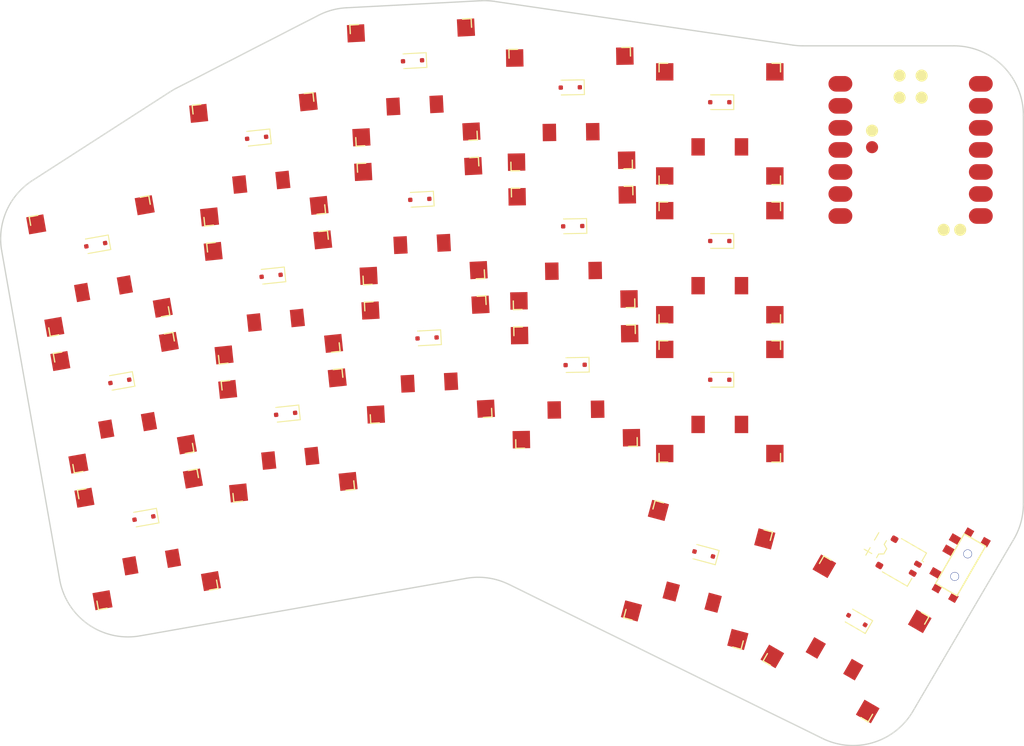
<source format=kicad_pcb>
(kicad_pcb (version 20171130) (host pcbnew 5.1.6)
  (title_block (title "splave-ferris_pg1316s_left") (rev "v1.0.0") (company "Unknown"))
  (layers (0 F.Cu signal) (31 B.Cu signal) (34 B.Paste user) (35 F.Paste user) (36 B.SilkS user) (37 F.SilkS user) (38 B.Mask user) (39 F.Mask user) (44 Edge.Cuts user))
  (net 0 "")
  (net 1 "D5")
  (net 2 "pinky_bottom")
  (net 3 "pinky_home")
  (net 4 "pinky_top")
  (net 5 "D3")
  (net 6 "ring_bottom")
  (net 7 "ring_home")
  (net 8 "ring_top")
  (net 9 "D1")
  (net 10 "middle_bottom")
  (net 11 "middle_home")
  (net 12 "middle_top")
  (net 13 "D8")
  (net 14 "index_bottom")
  (net 15 "index_home")
  (net 16 "index_top")
  (net 17 "D10")
  (net 18 "inner_bottom")
  (net 19 "inner_home")
  (net 20 "inner_top")
  (net 21 "near_fan")
  (net 22 "far_fan")
  (net 23 "D4")
  (net 24 "D2")
  (net 25 "D0")
  (net 26 "D9")
  (net 27 "D6")
  (net 28 "D7")
  (net 29 "RAW3V3")
  (net 30 "RAW5V")
  (net 31 "CLK")
  (net 32 "DIO")
  (net 33 "GND")
  (net 34 "RST")
  (net 35 "BAT")
  (net 36 "NFC1")
  (net 37 "NFC2")
  (net 38 "BAT_P")
  (module PG1316S (layer F.Cu) (at 151.0816391 135.8284886 10)
    (fp_text reference "S1" hide)
    (fp_text value "" hide)
    (fp_line (start -7 -6) (end -7 -7) (layer F.SilkS) (width 0.15))
    (fp_line (start -7 7) (end -6 7) (layer F.SilkS) (width 0.15))
    (fp_line (start -6 -7) (end -7 -7) (layer F.SilkS) (width 0.15))
    (fp_line (start -7 7) (end -7 6) (layer F.SilkS) (width 0.15))
    (fp_line (start 7 6) (end 7 7) (layer F.SilkS) (width 0.15))
    (fp_line (start 7 -7) (end 6 -7) (layer F.SilkS) (width 0.15))
    (fp_line (start 6 7) (end 7 7) (layer F.SilkS) (width 0.15))
    (fp_line (start 7 -7) (end 7 -6) (layer F.SilkS) (width 0.15))
    (pad "1" smd rect (at -2.5 2.65 10) (size 1.55 2) (layers "F.Cu" "F.Paste" "F.Mask") (net 2 "pinky_bottom"))
    (pad "2" smd rect (at 2.5 2.65 10) (size 1.55 2) (layers "F.Cu" "F.Paste" "F.Mask") (net 1 "D5"))
    (pad "MP" smd rect (at -6.35 -6 10) (size 2 2) (layers "F.Cu" "F.Paste" "F.Mask"))
    (pad "MP" smd rect (at -6.35 6 10) (size 2 2) (layers "F.Cu" "F.Paste" "F.Mask"))
    (pad "MP" smd rect (at 6.35 -6 10) (size 2 2) (layers "F.Cu" "F.Paste" "F.Mask"))
    (pad "MP" smd rect (at 6.35 6 10) (size 2 2) (layers "F.Cu" "F.Paste" "F.Mask"))
  )
  (module PG1316S (layer F.Cu) (at 148.3032683 120.0715646 10)
    (fp_text reference "S2" hide)
    (fp_text value "" hide)
    (fp_line (start -7 -6) (end -7 -7) (layer F.SilkS) (width 0.15))
    (fp_line (start -7 7) (end -6 7) (layer F.SilkS) (width 0.15))
    (fp_line (start -6 -7) (end -7 -7) (layer F.SilkS) (width 0.15))
    (fp_line (start -7 7) (end -7 6) (layer F.SilkS) (width 0.15))
    (fp_line (start 7 6) (end 7 7) (layer F.SilkS) (width 0.15))
    (fp_line (start 7 -7) (end 6 -7) (layer F.SilkS) (width 0.15))
    (fp_line (start 6 7) (end 7 7) (layer F.SilkS) (width 0.15))
    (fp_line (start 7 -7) (end 7 -6) (layer F.SilkS) (width 0.15))
    (pad "1" smd rect (at -2.5 2.65 10) (size 1.55 2) (layers "F.Cu" "F.Paste" "F.Mask") (net 3 "pinky_home"))
    (pad "2" smd rect (at 2.5 2.65 10) (size 1.55 2) (layers "F.Cu" "F.Paste" "F.Mask") (net 1 "D5"))
    (pad "MP" smd rect (at -6.35 -6 10) (size 2 2) (layers "F.Cu" "F.Paste" "F.Mask"))
    (pad "MP" smd rect (at -6.35 6 10) (size 2 2) (layers "F.Cu" "F.Paste" "F.Mask"))
    (pad "MP" smd rect (at 6.35 -6 10) (size 2 2) (layers "F.Cu" "F.Paste" "F.Mask"))
    (pad "MP" smd rect (at 6.35 6 10) (size 2 2) (layers "F.Cu" "F.Paste" "F.Mask"))
  )
  (module PG1316S (layer F.Cu) (at 145.5248974 104.3146405 10)
    (fp_text reference "S3" hide)
    (fp_text value "" hide)
    (fp_line (start -7 -6) (end -7 -7) (layer F.SilkS) (width 0.15))
    (fp_line (start -7 7) (end -6 7) (layer F.SilkS) (width 0.15))
    (fp_line (start -6 -7) (end -7 -7) (layer F.SilkS) (width 0.15))
    (fp_line (start -7 7) (end -7 6) (layer F.SilkS) (width 0.15))
    (fp_line (start 7 6) (end 7 7) (layer F.SilkS) (width 0.15))
    (fp_line (start 7 -7) (end 6 -7) (layer F.SilkS) (width 0.15))
    (fp_line (start 6 7) (end 7 7) (layer F.SilkS) (width 0.15))
    (fp_line (start 7 -7) (end 7 -6) (layer F.SilkS) (width 0.15))
    (pad "1" smd rect (at -2.5 2.65 10) (size 1.55 2) (layers "F.Cu" "F.Paste" "F.Mask") (net 4 "pinky_top"))
    (pad "2" smd rect (at 2.5 2.65 10) (size 1.55 2) (layers "F.Cu" "F.Paste" "F.Mask") (net 1 "D5"))
    (pad "MP" smd rect (at -6.35 -6 10) (size 2 2) (layers "F.Cu" "F.Paste" "F.Mask"))
    (pad "MP" smd rect (at -6.35 6 10) (size 2 2) (layers "F.Cu" "F.Paste" "F.Mask"))
    (pad "MP" smd rect (at 6.35 -6 10) (size 2 2) (layers "F.Cu" "F.Paste" "F.Mask"))
    (pad "MP" smd rect (at 6.35 6 10) (size 2 2) (layers "F.Cu" "F.Paste" "F.Mask"))
  )
  (module PG1316S (layer F.Cu) (at 167.2453451 123.8395517 6)
    (fp_text reference "S4" hide)
    (fp_text value "" hide)
    (fp_line (start -7 -6) (end -7 -7) (layer F.SilkS) (width 0.15))
    (fp_line (start -7 7) (end -6 7) (layer F.SilkS) (width 0.15))
    (fp_line (start -6 -7) (end -7 -7) (layer F.SilkS) (width 0.15))
    (fp_line (start -7 7) (end -7 6) (layer F.SilkS) (width 0.15))
    (fp_line (start 7 6) (end 7 7) (layer F.SilkS) (width 0.15))
    (fp_line (start 7 -7) (end 6 -7) (layer F.SilkS) (width 0.15))
    (fp_line (start 6 7) (end 7 7) (layer F.SilkS) (width 0.15))
    (fp_line (start 7 -7) (end 7 -6) (layer F.SilkS) (width 0.15))
    (pad "1" smd rect (at -2.5 2.65 6) (size 1.55 2) (layers "F.Cu" "F.Paste" "F.Mask") (net 6 "ring_bottom"))
    (pad "2" smd rect (at 2.5 2.65 6) (size 1.55 2) (layers "F.Cu" "F.Paste" "F.Mask") (net 5 "D3"))
    (pad "MP" smd rect (at -6.35 -6 6) (size 2 2) (layers "F.Cu" "F.Paste" "F.Mask"))
    (pad "MP" smd rect (at -6.35 6 6) (size 2 2) (layers "F.Cu" "F.Paste" "F.Mask"))
    (pad "MP" smd rect (at 6.35 -6 6) (size 2 2) (layers "F.Cu" "F.Paste" "F.Mask"))
    (pad "MP" smd rect (at 6.35 6 6) (size 2 2) (layers "F.Cu" "F.Paste" "F.Mask"))
  )
  (module PG1316S (layer F.Cu) (at 165.5728897 107.9272013 6)
    (fp_text reference "S5" hide)
    (fp_text value "" hide)
    (fp_line (start -7 -6) (end -7 -7) (layer F.SilkS) (width 0.15))
    (fp_line (start -7 7) (end -6 7) (layer F.SilkS) (width 0.15))
    (fp_line (start -6 -7) (end -7 -7) (layer F.SilkS) (width 0.15))
    (fp_line (start -7 7) (end -7 6) (layer F.SilkS) (width 0.15))
    (fp_line (start 7 6) (end 7 7) (layer F.SilkS) (width 0.15))
    (fp_line (start 7 -7) (end 6 -7) (layer F.SilkS) (width 0.15))
    (fp_line (start 6 7) (end 7 7) (layer F.SilkS) (width 0.15))
    (fp_line (start 7 -7) (end 7 -6) (layer F.SilkS) (width 0.15))
    (pad "1" smd rect (at -2.5 2.65 6) (size 1.55 2) (layers "F.Cu" "F.Paste" "F.Mask") (net 7 "ring_home"))
    (pad "2" smd rect (at 2.5 2.65 6) (size 1.55 2) (layers "F.Cu" "F.Paste" "F.Mask") (net 5 "D3"))
    (pad "MP" smd rect (at -6.35 -6 6) (size 2 2) (layers "F.Cu" "F.Paste" "F.Mask"))
    (pad "MP" smd rect (at -6.35 6 6) (size 2 2) (layers "F.Cu" "F.Paste" "F.Mask"))
    (pad "MP" smd rect (at 6.35 -6 6) (size 2 2) (layers "F.Cu" "F.Paste" "F.Mask"))
    (pad "MP" smd rect (at 6.35 6 6) (size 2 2) (layers "F.Cu" "F.Paste" "F.Mask"))
  )
  (module PG1316S (layer F.Cu) (at 163.9004343 92.014851 6)
    (fp_text reference "S6" hide)
    (fp_text value "" hide)
    (fp_line (start -7 -6) (end -7 -7) (layer F.SilkS) (width 0.15))
    (fp_line (start -7 7) (end -6 7) (layer F.SilkS) (width 0.15))
    (fp_line (start -6 -7) (end -7 -7) (layer F.SilkS) (width 0.15))
    (fp_line (start -7 7) (end -7 6) (layer F.SilkS) (width 0.15))
    (fp_line (start 7 6) (end 7 7) (layer F.SilkS) (width 0.15))
    (fp_line (start 7 -7) (end 6 -7) (layer F.SilkS) (width 0.15))
    (fp_line (start 6 7) (end 7 7) (layer F.SilkS) (width 0.15))
    (fp_line (start 7 -7) (end 7 -6) (layer F.SilkS) (width 0.15))
    (pad "1" smd rect (at -2.5 2.65 6) (size 1.55 2) (layers "F.Cu" "F.Paste" "F.Mask") (net 8 "ring_top"))
    (pad "2" smd rect (at 2.5 2.65 6) (size 1.55 2) (layers "F.Cu" "F.Paste" "F.Mask") (net 5 "D3"))
    (pad "MP" smd rect (at -6.35 -6 6) (size 2 2) (layers "F.Cu" "F.Paste" "F.Mask"))
    (pad "MP" smd rect (at -6.35 6 6) (size 2 2) (layers "F.Cu" "F.Paste" "F.Mask"))
    (pad "MP" smd rect (at 6.35 -6 6) (size 2 2) (layers "F.Cu" "F.Paste" "F.Mask"))
    (pad "MP" smd rect (at 6.35 6 6) (size 2 2) (layers "F.Cu" "F.Paste" "F.Mask"))
  )
  (module PG1316S (layer F.Cu) (at 183.4205181 115.1009145 3)
    (fp_text reference "S7" hide)
    (fp_text value "" hide)
    (fp_line (start -7 -6) (end -7 -7) (layer F.SilkS) (width 0.15))
    (fp_line (start -7 7) (end -6 7) (layer F.SilkS) (width 0.15))
    (fp_line (start -6 -7) (end -7 -7) (layer F.SilkS) (width 0.15))
    (fp_line (start -7 7) (end -7 6) (layer F.SilkS) (width 0.15))
    (fp_line (start 7 6) (end 7 7) (layer F.SilkS) (width 0.15))
    (fp_line (start 7 -7) (end 6 -7) (layer F.SilkS) (width 0.15))
    (fp_line (start 6 7) (end 7 7) (layer F.SilkS) (width 0.15))
    (fp_line (start 7 -7) (end 7 -6) (layer F.SilkS) (width 0.15))
    (pad "1" smd rect (at -2.5 2.65 3) (size 1.55 2) (layers "F.Cu" "F.Paste" "F.Mask") (net 10 "middle_bottom"))
    (pad "2" smd rect (at 2.5 2.65 3) (size 1.55 2) (layers "F.Cu" "F.Paste" "F.Mask") (net 9 "D1"))
    (pad "MP" smd rect (at -6.35 -6 3) (size 2 2) (layers "F.Cu" "F.Paste" "F.Mask"))
    (pad "MP" smd rect (at -6.35 6 3) (size 2 2) (layers "F.Cu" "F.Paste" "F.Mask"))
    (pad "MP" smd rect (at 6.35 -6 3) (size 2 2) (layers "F.Cu" "F.Paste" "F.Mask"))
    (pad "MP" smd rect (at 6.35 6 3) (size 2 2) (layers "F.Cu" "F.Paste" "F.Mask"))
  )
  (module PG1316S (layer F.Cu) (at 182.5831428 99.122842 3)
    (fp_text reference "S8" hide)
    (fp_text value "" hide)
    (fp_line (start -7 -6) (end -7 -7) (layer F.SilkS) (width 0.15))
    (fp_line (start -7 7) (end -6 7) (layer F.SilkS) (width 0.15))
    (fp_line (start -6 -7) (end -7 -7) (layer F.SilkS) (width 0.15))
    (fp_line (start -7 7) (end -7 6) (layer F.SilkS) (width 0.15))
    (fp_line (start 7 6) (end 7 7) (layer F.SilkS) (width 0.15))
    (fp_line (start 7 -7) (end 6 -7) (layer F.SilkS) (width 0.15))
    (fp_line (start 6 7) (end 7 7) (layer F.SilkS) (width 0.15))
    (fp_line (start 7 -7) (end 7 -6) (layer F.SilkS) (width 0.15))
    (pad "1" smd rect (at -2.5 2.65 3) (size 1.55 2) (layers "F.Cu" "F.Paste" "F.Mask") (net 11 "middle_home"))
    (pad "2" smd rect (at 2.5 2.65 3) (size 1.55 2) (layers "F.Cu" "F.Paste" "F.Mask") (net 9 "D1"))
    (pad "MP" smd rect (at -6.35 -6 3) (size 2 2) (layers "F.Cu" "F.Paste" "F.Mask"))
    (pad "MP" smd rect (at -6.35 6 3) (size 2 2) (layers "F.Cu" "F.Paste" "F.Mask"))
    (pad "MP" smd rect (at 6.35 -6 3) (size 2 2) (layers "F.Cu" "F.Paste" "F.Mask"))
    (pad "MP" smd rect (at 6.35 6 3) (size 2 2) (layers "F.Cu" "F.Paste" "F.Mask"))
  )
  (module PG1316S (layer F.Cu) (at 181.7457675 83.1447695 3)
    (fp_text reference "S9" hide)
    (fp_text value "" hide)
    (fp_line (start -7 -6) (end -7 -7) (layer F.SilkS) (width 0.15))
    (fp_line (start -7 7) (end -6 7) (layer F.SilkS) (width 0.15))
    (fp_line (start -6 -7) (end -7 -7) (layer F.SilkS) (width 0.15))
    (fp_line (start -7 7) (end -7 6) (layer F.SilkS) (width 0.15))
    (fp_line (start 7 6) (end 7 7) (layer F.SilkS) (width 0.15))
    (fp_line (start 7 -7) (end 6 -7) (layer F.SilkS) (width 0.15))
    (fp_line (start 6 7) (end 7 7) (layer F.SilkS) (width 0.15))
    (fp_line (start 7 -7) (end 7 -6) (layer F.SilkS) (width 0.15))
    (pad "1" smd rect (at -2.5 2.65 3) (size 1.55 2) (layers "F.Cu" "F.Paste" "F.Mask") (net 12 "middle_top"))
    (pad "2" smd rect (at 2.5 2.65 3) (size 1.55 2) (layers "F.Cu" "F.Paste" "F.Mask") (net 9 "D1"))
    (pad "MP" smd rect (at -6.35 -6 3) (size 2 2) (layers "F.Cu" "F.Paste" "F.Mask"))
    (pad "MP" smd rect (at -6.35 6 3) (size 2 2) (layers "F.Cu" "F.Paste" "F.Mask"))
    (pad "MP" smd rect (at 6.35 -6 3) (size 2 2) (layers "F.Cu" "F.Paste" "F.Mask"))
    (pad "MP" smd rect (at 6.35 6 3) (size 2 2) (layers "F.Cu" "F.Paste" "F.Mask"))
  )
  (module PG1316S (layer F.Cu) (at 200.406838 118.2161886 1)
    (fp_text reference "S10" hide)
    (fp_text value "" hide)
    (fp_line (start -7 -6) (end -7 -7) (layer F.SilkS) (width 0.15))
    (fp_line (start -7 7) (end -6 7) (layer F.SilkS) (width 0.15))
    (fp_line (start -6 -7) (end -7 -7) (layer F.SilkS) (width 0.15))
    (fp_line (start -7 7) (end -7 6) (layer F.SilkS) (width 0.15))
    (fp_line (start 7 6) (end 7 7) (layer F.SilkS) (width 0.15))
    (fp_line (start 7 -7) (end 6 -7) (layer F.SilkS) (width 0.15))
    (fp_line (start 6 7) (end 7 7) (layer F.SilkS) (width 0.15))
    (fp_line (start 7 -7) (end 7 -6) (layer F.SilkS) (width 0.15))
    (pad "1" smd rect (at -2.5 2.65 1) (size 1.55 2) (layers "F.Cu" "F.Paste" "F.Mask") (net 14 "index_bottom"))
    (pad "2" smd rect (at 2.5 2.65 1) (size 1.55 2) (layers "F.Cu" "F.Paste" "F.Mask") (net 13 "D8"))
    (pad "MP" smd rect (at -6.35 -6 1) (size 2 2) (layers "F.Cu" "F.Paste" "F.Mask"))
    (pad "MP" smd rect (at -6.35 6 1) (size 2 2) (layers "F.Cu" "F.Paste" "F.Mask"))
    (pad "MP" smd rect (at 6.35 -6 1) (size 2 2) (layers "F.Cu" "F.Paste" "F.Mask"))
    (pad "MP" smd rect (at 6.35 6 1) (size 2 2) (layers "F.Cu" "F.Paste" "F.Mask"))
  )
  (module PG1316S (layer F.Cu) (at 200.1275995 102.2186256 1)
    (fp_text reference "S11" hide)
    (fp_text value "" hide)
    (fp_line (start -7 -6) (end -7 -7) (layer F.SilkS) (width 0.15))
    (fp_line (start -7 7) (end -6 7) (layer F.SilkS) (width 0.15))
    (fp_line (start -6 -7) (end -7 -7) (layer F.SilkS) (width 0.15))
    (fp_line (start -7 7) (end -7 6) (layer F.SilkS) (width 0.15))
    (fp_line (start 7 6) (end 7 7) (layer F.SilkS) (width 0.15))
    (fp_line (start 7 -7) (end 6 -7) (layer F.SilkS) (width 0.15))
    (fp_line (start 6 7) (end 7 7) (layer F.SilkS) (width 0.15))
    (fp_line (start 7 -7) (end 7 -6) (layer F.SilkS) (width 0.15))
    (pad "1" smd rect (at -2.5 2.65 1) (size 1.55 2) (layers "F.Cu" "F.Paste" "F.Mask") (net 15 "index_home"))
    (pad "2" smd rect (at 2.5 2.65 1) (size 1.55 2) (layers "F.Cu" "F.Paste" "F.Mask") (net 13 "D8"))
    (pad "MP" smd rect (at -6.35 -6 1) (size 2 2) (layers "F.Cu" "F.Paste" "F.Mask"))
    (pad "MP" smd rect (at -6.35 6 1) (size 2 2) (layers "F.Cu" "F.Paste" "F.Mask"))
    (pad "MP" smd rect (at 6.35 -6 1) (size 2 2) (layers "F.Cu" "F.Paste" "F.Mask"))
    (pad "MP" smd rect (at 6.35 6 1) (size 2 2) (layers "F.Cu" "F.Paste" "F.Mask"))
  )
  (module PG1316S (layer F.Cu) (at 199.8483609 86.2210625 1)
    (fp_text reference "S12" hide)
    (fp_text value "" hide)
    (fp_line (start -7 -6) (end -7 -7) (layer F.SilkS) (width 0.15))
    (fp_line (start -7 7) (end -6 7) (layer F.SilkS) (width 0.15))
    (fp_line (start -6 -7) (end -7 -7) (layer F.SilkS) (width 0.15))
    (fp_line (start -7 7) (end -7 6) (layer F.SilkS) (width 0.15))
    (fp_line (start 7 6) (end 7 7) (layer F.SilkS) (width 0.15))
    (fp_line (start 7 -7) (end 6 -7) (layer F.SilkS) (width 0.15))
    (fp_line (start 6 7) (end 7 7) (layer F.SilkS) (width 0.15))
    (fp_line (start 7 -7) (end 7 -6) (layer F.SilkS) (width 0.15))
    (pad "1" smd rect (at -2.5 2.65 1) (size 1.55 2) (layers "F.Cu" "F.Paste" "F.Mask") (net 16 "index_top"))
    (pad "2" smd rect (at 2.5 2.65 1) (size 1.55 2) (layers "F.Cu" "F.Paste" "F.Mask") (net 13 "D8"))
    (pad "MP" smd rect (at -6.35 -6 1) (size 2 2) (layers "F.Cu" "F.Paste" "F.Mask"))
    (pad "MP" smd rect (at -6.35 6 1) (size 2 2) (layers "F.Cu" "F.Paste" "F.Mask"))
    (pad "MP" smd rect (at 6.35 -6 1) (size 2 2) (layers "F.Cu" "F.Paste" "F.Mask"))
    (pad "MP" smd rect (at 6.35 6 1) (size 2 2) (layers "F.Cu" "F.Paste" "F.Mask"))
  )
  (module PG1316S (layer F.Cu) (at 217.0392146 119.9261741 0)
    (fp_text reference "S13" hide)
    (fp_text value "" hide)
    (fp_line (start -7 -6) (end -7 -7) (layer F.SilkS) (width 0.15))
    (fp_line (start -7 7) (end -6 7) (layer F.SilkS) (width 0.15))
    (fp_line (start -6 -7) (end -7 -7) (layer F.SilkS) (width 0.15))
    (fp_line (start -7 7) (end -7 6) (layer F.SilkS) (width 0.15))
    (fp_line (start 7 6) (end 7 7) (layer F.SilkS) (width 0.15))
    (fp_line (start 7 -7) (end 6 -7) (layer F.SilkS) (width 0.15))
    (fp_line (start 6 7) (end 7 7) (layer F.SilkS) (width 0.15))
    (fp_line (start 7 -7) (end 7 -6) (layer F.SilkS) (width 0.15))
    (pad "1" smd rect (at -2.5 2.65 0) (size 1.55 2) (layers "F.Cu" "F.Paste" "F.Mask") (net 18 "inner_bottom"))
    (pad "2" smd rect (at 2.5 2.65 0) (size 1.55 2) (layers "F.Cu" "F.Paste" "F.Mask") (net 17 "D10"))
    (pad "MP" smd rect (at -6.35 -6 0) (size 2 2) (layers "F.Cu" "F.Paste" "F.Mask"))
    (pad "MP" smd rect (at -6.35 6 0) (size 2 2) (layers "F.Cu" "F.Paste" "F.Mask"))
    (pad "MP" smd rect (at 6.35 -6 0) (size 2 2) (layers "F.Cu" "F.Paste" "F.Mask"))
    (pad "MP" smd rect (at 6.35 6 0) (size 2 2) (layers "F.Cu" "F.Paste" "F.Mask"))
  )
  (module PG1316S (layer F.Cu) (at 217.0392146 103.9261741 0)
    (fp_text reference "S14" hide)
    (fp_text value "" hide)
    (fp_line (start -7 -6) (end -7 -7) (layer F.SilkS) (width 0.15))
    (fp_line (start -7 7) (end -6 7) (layer F.SilkS) (width 0.15))
    (fp_line (start -6 -7) (end -7 -7) (layer F.SilkS) (width 0.15))
    (fp_line (start -7 7) (end -7 6) (layer F.SilkS) (width 0.15))
    (fp_line (start 7 6) (end 7 7) (layer F.SilkS) (width 0.15))
    (fp_line (start 7 -7) (end 6 -7) (layer F.SilkS) (width 0.15))
    (fp_line (start 6 7) (end 7 7) (layer F.SilkS) (width 0.15))
    (fp_line (start 7 -7) (end 7 -6) (layer F.SilkS) (width 0.15))
    (pad "1" smd rect (at -2.5 2.65 0) (size 1.55 2) (layers "F.Cu" "F.Paste" "F.Mask") (net 19 "inner_home"))
    (pad "2" smd rect (at 2.5 2.65 0) (size 1.55 2) (layers "F.Cu" "F.Paste" "F.Mask") (net 17 "D10"))
    (pad "MP" smd rect (at -6.35 -6 0) (size 2 2) (layers "F.Cu" "F.Paste" "F.Mask"))
    (pad "MP" smd rect (at -6.35 6 0) (size 2 2) (layers "F.Cu" "F.Paste" "F.Mask"))
    (pad "MP" smd rect (at 6.35 -6 0) (size 2 2) (layers "F.Cu" "F.Paste" "F.Mask"))
    (pad "MP" smd rect (at 6.35 6 0) (size 2 2) (layers "F.Cu" "F.Paste" "F.Mask"))
  )
  (module PG1316S (layer F.Cu) (at 217.0392146 87.9261742 0)
    (fp_text reference "S15" hide)
    (fp_text value "" hide)
    (fp_line (start -7 -6) (end -7 -7) (layer F.SilkS) (width 0.15))
    (fp_line (start -7 7) (end -6 7) (layer F.SilkS) (width 0.15))
    (fp_line (start -6 -7) (end -7 -7) (layer F.SilkS) (width 0.15))
    (fp_line (start -7 7) (end -7 6) (layer F.SilkS) (width 0.15))
    (fp_line (start 7 6) (end 7 7) (layer F.SilkS) (width 0.15))
    (fp_line (start 7 -7) (end 6 -7) (layer F.SilkS) (width 0.15))
    (fp_line (start 6 7) (end 7 7) (layer F.SilkS) (width 0.15))
    (fp_line (start 7 -7) (end 7 -6) (layer F.SilkS) (width 0.15))
    (pad "1" smd rect (at -2.5 2.65 0) (size 1.55 2) (layers "F.Cu" "F.Paste" "F.Mask") (net 20 "inner_top"))
    (pad "2" smd rect (at 2.5 2.65 0) (size 1.55 2) (layers "F.Cu" "F.Paste" "F.Mask") (net 17 "D10"))
    (pad "MP" smd rect (at -6.35 -6 0) (size 2 2) (layers "F.Cu" "F.Paste" "F.Mask"))
    (pad "MP" smd rect (at -6.35 6 0) (size 2 2) (layers "F.Cu" "F.Paste" "F.Mask"))
    (pad "MP" smd rect (at 6.35 -6 0) (size 2 2) (layers "F.Cu" "F.Paste" "F.Mask"))
    (pad "MP" smd rect (at 6.35 6 0) (size 2 2) (layers "F.Cu" "F.Paste" "F.Mask"))
  )
  (module PG1316S (layer F.Cu) (at 214.5392147 139.926174 -15)
    (fp_text reference "S16" hide)
    (fp_text value "" hide)
    (fp_line (start -7 -6) (end -7 -7) (layer F.SilkS) (width 0.15))
    (fp_line (start -7 7) (end -6 7) (layer F.SilkS) (width 0.15))
    (fp_line (start -6 -7) (end -7 -7) (layer F.SilkS) (width 0.15))
    (fp_line (start -7 7) (end -7 6) (layer F.SilkS) (width 0.15))
    (fp_line (start 7 6) (end 7 7) (layer F.SilkS) (width 0.15))
    (fp_line (start 7 -7) (end 6 -7) (layer F.SilkS) (width 0.15))
    (fp_line (start 6 7) (end 7 7) (layer F.SilkS) (width 0.15))
    (fp_line (start 7 -7) (end 7 -6) (layer F.SilkS) (width 0.15))
    (pad "1" smd rect (at -2.5 2.65 -15) (size 1.55 2) (layers "F.Cu" "F.Paste" "F.Mask") (net 21 "near_fan"))
    (pad "2" smd rect (at 2.5 2.65 -15) (size 1.55 2) (layers "F.Cu" "F.Paste" "F.Mask") (net 13 "D8"))
    (pad "MP" smd rect (at -6.35 -6 -15) (size 2 2) (layers "F.Cu" "F.Paste" "F.Mask"))
    (pad "MP" smd rect (at -6.35 6 -15) (size 2 2) (layers "F.Cu" "F.Paste" "F.Mask"))
    (pad "MP" smd rect (at 6.35 -6 -15) (size 2 2) (layers "F.Cu" "F.Paste" "F.Mask"))
    (pad "MP" smd rect (at 6.35 6 -15) (size 2 2) (layers "F.Cu" "F.Paste" "F.Mask"))
  )
  (module PG1316S (layer F.Cu) (at 231.5921041 147.2993295 -30)
    (fp_text reference "S17" hide)
    (fp_text value "" hide)
    (fp_line (start -7 -6) (end -7 -7) (layer F.SilkS) (width 0.15))
    (fp_line (start -7 7) (end -6 7) (layer F.SilkS) (width 0.15))
    (fp_line (start -6 -7) (end -7 -7) (layer F.SilkS) (width 0.15))
    (fp_line (start -7 7) (end -7 6) (layer F.SilkS) (width 0.15))
    (fp_line (start 7 6) (end 7 7) (layer F.SilkS) (width 0.15))
    (fp_line (start 7 -7) (end 6 -7) (layer F.SilkS) (width 0.15))
    (fp_line (start 6 7) (end 7 7) (layer F.SilkS) (width 0.15))
    (fp_line (start 7 -7) (end 7 -6) (layer F.SilkS) (width 0.15))
    (pad "1" smd rect (at -2.5 2.65 -30) (size 1.55 2) (layers "F.Cu" "F.Paste" "F.Mask") (net 22 "far_fan"))
    (pad "2" smd rect (at 2.5 2.65 -30) (size 1.55 2) (layers "F.Cu" "F.Paste" "F.Mask") (net 17 "D10"))
    (pad "MP" smd rect (at -6.35 -6 -30) (size 2 2) (layers "F.Cu" "F.Paste" "F.Mask"))
    (pad "MP" smd rect (at -6.35 6 -30) (size 2 2) (layers "F.Cu" "F.Paste" "F.Mask"))
    (pad "MP" smd rect (at 6.35 -6 -30) (size 2 2) (layers "F.Cu" "F.Paste" "F.Mask"))
    (pad "MP" smd rect (at 6.35 6 -30) (size 2 2) (layers "F.Cu" "F.Paste" "F.Mask"))
  )
  (module diode_smd_sod323f (layer F.Cu) (at 150.64751869999998 133.36646919999998 190)
    (fp_text reference "D1" hide)
    (fp_text value "" hide)
    (fp_line (start -1.61 -0.85) (end -1.61 0.85) (stroke (width 0.12)) (layer "F.SilkS"))
    (fp_line (start -1.61 -0.85) (end 1.05 -0.85) (stroke (width 0.12)) (layer "F.SilkS"))
    (fp_line (start -1.61 0.85) (end 1.05 0.85) (stroke (width 0.12)) (layer "F.SilkS"))
    (pad "1" smd roundrect (at -1.1 0 190) (size 0.5 0.5) (layers "F.Cu" "F.Mask" "F.Paste") (net 23 "D4"))
    (pad "2" smd roundrect (at 1.1 0 190) (size 0.5 0.5) (layers "F.Cu" "F.Mask" "F.Paste") (net 2 "pinky_bottom"))
  )
  (module diode_smd_sod323f (layer F.Cu) (at 147.8691479 117.6095452 190)
    (fp_text reference "D2" hide)
    (fp_text value "" hide)
    (fp_line (start -1.61 -0.85) (end -1.61 0.85) (stroke (width 0.12)) (layer "F.SilkS"))
    (fp_line (start -1.61 -0.85) (end 1.05 -0.85) (stroke (width 0.12)) (layer "F.SilkS"))
    (fp_line (start -1.61 0.85) (end 1.05 0.85) (stroke (width 0.12)) (layer "F.SilkS"))
    (pad "1" smd roundrect (at -1.1 0 190) (size 0.5 0.5) (layers "F.Cu" "F.Mask" "F.Paste") (net 24 "D2"))
    (pad "2" smd roundrect (at 1.1 0 190) (size 0.5 0.5) (layers "F.Cu" "F.Mask" "F.Paste") (net 3 "pinky_home"))
  )
  (module diode_smd_sod323f (layer F.Cu) (at 145.09077699999997 101.8526211 190)
    (fp_text reference "D3" hide)
    (fp_text value "" hide)
    (fp_line (start -1.61 -0.85) (end -1.61 0.85) (stroke (width 0.12)) (layer "F.SilkS"))
    (fp_line (start -1.61 -0.85) (end 1.05 -0.85) (stroke (width 0.12)) (layer "F.SilkS"))
    (fp_line (start -1.61 0.85) (end 1.05 0.85) (stroke (width 0.12)) (layer "F.SilkS"))
    (pad "1" smd roundrect (at -1.1 0 190) (size 0.5 0.5) (layers "F.Cu" "F.Mask" "F.Paste") (net 25 "D0"))
    (pad "2" smd roundrect (at 1.1 0 190) (size 0.5 0.5) (layers "F.Cu" "F.Mask" "F.Paste") (net 4 "pinky_top"))
  )
  (module diode_smd_sod323f (layer F.Cu) (at 166.9840239 121.353247 186)
    (fp_text reference "D4" hide)
    (fp_text value "" hide)
    (fp_line (start -1.61 -0.85) (end -1.61 0.85) (stroke (width 0.12)) (layer "F.SilkS"))
    (fp_line (start -1.61 -0.85) (end 1.05 -0.85) (stroke (width 0.12)) (layer "F.SilkS"))
    (fp_line (start -1.61 0.85) (end 1.05 0.85) (stroke (width 0.12)) (layer "F.SilkS"))
    (pad "1" smd roundrect (at -1.1 0 186) (size 0.5 0.5) (layers "F.Cu" "F.Mask" "F.Paste") (net 23 "D4"))
    (pad "2" smd roundrect (at 1.1 0 186) (size 0.5 0.5) (layers "F.Cu" "F.Mask" "F.Paste") (net 6 "ring_bottom"))
  )
  (module diode_smd_sod323f (layer F.Cu) (at 165.3115685 105.44089659999999 186)
    (fp_text reference "D5" hide)
    (fp_text value "" hide)
    (fp_line (start -1.61 -0.85) (end -1.61 0.85) (stroke (width 0.12)) (layer "F.SilkS"))
    (fp_line (start -1.61 -0.85) (end 1.05 -0.85) (stroke (width 0.12)) (layer "F.SilkS"))
    (fp_line (start -1.61 0.85) (end 1.05 0.85) (stroke (width 0.12)) (layer "F.SilkS"))
    (pad "1" smd roundrect (at -1.1 0 186) (size 0.5 0.5) (layers "F.Cu" "F.Mask" "F.Paste") (net 24 "D2"))
    (pad "2" smd roundrect (at 1.1 0 186) (size 0.5 0.5) (layers "F.Cu" "F.Mask" "F.Paste") (net 7 "ring_home"))
  )
  (module diode_smd_sod323f (layer F.Cu) (at 163.6391131 89.52854629999999 186)
    (fp_text reference "D6" hide)
    (fp_text value "" hide)
    (fp_line (start -1.61 -0.85) (end -1.61 0.85) (stroke (width 0.12)) (layer "F.SilkS"))
    (fp_line (start -1.61 -0.85) (end 1.05 -0.85) (stroke (width 0.12)) (layer "F.SilkS"))
    (fp_line (start -1.61 0.85) (end 1.05 0.85) (stroke (width 0.12)) (layer "F.SilkS"))
    (pad "1" smd roundrect (at -1.1 0 186) (size 0.5 0.5) (layers "F.Cu" "F.Mask" "F.Paste") (net 25 "D0"))
    (pad "2" smd roundrect (at 1.1 0 186) (size 0.5 0.5) (layers "F.Cu" "F.Mask" "F.Paste") (net 8 "ring_top"))
  )
  (module diode_smd_sod323f (layer F.Cu) (at 183.2896782 112.6043407 183)
    (fp_text reference "D7" hide)
    (fp_text value "" hide)
    (fp_line (start -1.61 -0.85) (end -1.61 0.85) (stroke (width 0.12)) (layer "F.SilkS"))
    (fp_line (start -1.61 -0.85) (end 1.05 -0.85) (stroke (width 0.12)) (layer "F.SilkS"))
    (fp_line (start -1.61 0.85) (end 1.05 0.85) (stroke (width 0.12)) (layer "F.SilkS"))
    (pad "1" smd roundrect (at -1.1 0 183) (size 0.5 0.5) (layers "F.Cu" "F.Mask" "F.Paste") (net 23 "D4"))
    (pad "2" smd roundrect (at 1.1 0 183) (size 0.5 0.5) (layers "F.Cu" "F.Mask" "F.Paste") (net 10 "middle_bottom"))
  )
  (module diode_smd_sod323f (layer F.Cu) (at 182.45230289999998 96.6262682 183)
    (fp_text reference "D8" hide)
    (fp_text value "" hide)
    (fp_line (start -1.61 -0.85) (end -1.61 0.85) (stroke (width 0.12)) (layer "F.SilkS"))
    (fp_line (start -1.61 -0.85) (end 1.05 -0.85) (stroke (width 0.12)) (layer "F.SilkS"))
    (fp_line (start -1.61 0.85) (end 1.05 0.85) (stroke (width 0.12)) (layer "F.SilkS"))
    (pad "1" smd roundrect (at -1.1 0 183) (size 0.5 0.5) (layers "F.Cu" "F.Mask" "F.Paste") (net 24 "D2"))
    (pad "2" smd roundrect (at 1.1 0 183) (size 0.5 0.5) (layers "F.Cu" "F.Mask" "F.Paste") (net 11 "middle_home"))
  )
  (module diode_smd_sod323f (layer F.Cu) (at 181.6149276 80.6481957 183)
    (fp_text reference "D9" hide)
    (fp_text value "" hide)
    (fp_line (start -1.61 -0.85) (end -1.61 0.85) (stroke (width 0.12)) (layer "F.SilkS"))
    (fp_line (start -1.61 -0.85) (end 1.05 -0.85) (stroke (width 0.12)) (layer "F.SilkS"))
    (fp_line (start -1.61 0.85) (end 1.05 0.85) (stroke (width 0.12)) (layer "F.SilkS"))
    (pad "1" smd roundrect (at -1.1 0 183) (size 0.5 0.5) (layers "F.Cu" "F.Mask" "F.Paste") (net 25 "D0"))
    (pad "2" smd roundrect (at 1.1 0 183) (size 0.5 0.5) (layers "F.Cu" "F.Mask" "F.Paste") (net 12 "middle_top"))
  )
  (module diode_smd_sod323f (layer F.Cu) (at 200.363207 115.7165694 181)
    (fp_text reference "D10" hide)
    (fp_text value "" hide)
    (fp_line (start -1.61 -0.85) (end -1.61 0.85) (stroke (width 0.12)) (layer "F.SilkS"))
    (fp_line (start -1.61 -0.85) (end 1.05 -0.85) (stroke (width 0.12)) (layer "F.SilkS"))
    (fp_line (start -1.61 0.85) (end 1.05 0.85) (stroke (width 0.12)) (layer "F.SilkS"))
    (pad "1" smd roundrect (at -1.1 0 181) (size 0.5 0.5) (layers "F.Cu" "F.Mask" "F.Paste") (net 23 "D4"))
    (pad "2" smd roundrect (at 1.1 0 181) (size 0.5 0.5) (layers "F.Cu" "F.Mask" "F.Paste") (net 14 "index_bottom"))
  )
  (module diode_smd_sod323f (layer F.Cu) (at 200.0839685 99.7190064 181)
    (fp_text reference "D11" hide)
    (fp_text value "" hide)
    (fp_line (start -1.61 -0.85) (end -1.61 0.85) (stroke (width 0.12)) (layer "F.SilkS"))
    (fp_line (start -1.61 -0.85) (end 1.05 -0.85) (stroke (width 0.12)) (layer "F.SilkS"))
    (fp_line (start -1.61 0.85) (end 1.05 0.85) (stroke (width 0.12)) (layer "F.SilkS"))
    (pad "1" smd roundrect (at -1.1 0 181) (size 0.5 0.5) (layers "F.Cu" "F.Mask" "F.Paste") (net 24 "D2"))
    (pad "2" smd roundrect (at 1.1 0 181) (size 0.5 0.5) (layers "F.Cu" "F.Mask" "F.Paste") (net 15 "index_home"))
  )
  (module diode_smd_sod323f (layer F.Cu) (at 199.80472989999998 83.7214433 181)
    (fp_text reference "D12" hide)
    (fp_text value "" hide)
    (fp_line (start -1.61 -0.85) (end -1.61 0.85) (stroke (width 0.12)) (layer "F.SilkS"))
    (fp_line (start -1.61 -0.85) (end 1.05 -0.85) (stroke (width 0.12)) (layer "F.SilkS"))
    (fp_line (start -1.61 0.85) (end 1.05 0.85) (stroke (width 0.12)) (layer "F.SilkS"))
    (pad "1" smd roundrect (at -1.1 0 181) (size 0.5 0.5) (layers "F.Cu" "F.Mask" "F.Paste") (net 25 "D0"))
    (pad "2" smd roundrect (at 1.1 0 181) (size 0.5 0.5) (layers "F.Cu" "F.Mask" "F.Paste") (net 16 "index_top"))
  )
  (module diode_smd_sod323f (layer F.Cu) (at 217.0392146 117.4261741 180)
    (fp_text reference "D13" hide)
    (fp_text value "" hide)
    (fp_line (start -1.61 -0.85) (end -1.61 0.85) (stroke (width 0.12)) (layer "F.SilkS"))
    (fp_line (start -1.61 -0.85) (end 1.05 -0.85) (stroke (width 0.12)) (layer "F.SilkS"))
    (fp_line (start -1.61 0.85) (end 1.05 0.85) (stroke (width 0.12)) (layer "F.SilkS"))
    (pad "1" smd roundrect (at -1.1 0 180) (size 0.5 0.5) (layers "F.Cu" "F.Mask" "F.Paste") (net 23 "D4"))
    (pad "2" smd roundrect (at 1.1 0 180) (size 0.5 0.5) (layers "F.Cu" "F.Mask" "F.Paste") (net 18 "inner_bottom"))
  )
  (module diode_smd_sod323f (layer F.Cu) (at 217.0392146 101.4261741 180)
    (fp_text reference "D14" hide)
    (fp_text value "" hide)
    (fp_line (start -1.61 -0.85) (end -1.61 0.85) (stroke (width 0.12)) (layer "F.SilkS"))
    (fp_line (start -1.61 -0.85) (end 1.05 -0.85) (stroke (width 0.12)) (layer "F.SilkS"))
    (fp_line (start -1.61 0.85) (end 1.05 0.85) (stroke (width 0.12)) (layer "F.SilkS"))
    (pad "1" smd roundrect (at -1.1 0 180) (size 0.5 0.5) (layers "F.Cu" "F.Mask" "F.Paste") (net 24 "D2"))
    (pad "2" smd roundrect (at 1.1 0 180) (size 0.5 0.5) (layers "F.Cu" "F.Mask" "F.Paste") (net 19 "inner_home"))
  )
  (module diode_smd_sod323f (layer F.Cu) (at 217.0392146 85.4261742 180)
    (fp_text reference "D15" hide)
    (fp_text value "" hide)
    (fp_line (start -1.61 -0.85) (end -1.61 0.85) (stroke (width 0.12)) (layer "F.SilkS"))
    (fp_line (start -1.61 -0.85) (end 1.05 -0.85) (stroke (width 0.12)) (layer "F.SilkS"))
    (fp_line (start -1.61 0.85) (end 1.05 0.85) (stroke (width 0.12)) (layer "F.SilkS"))
    (pad "1" smd roundrect (at -1.1 0 180) (size 0.5 0.5) (layers "F.Cu" "F.Mask" "F.Paste") (net 25 "D0"))
    (pad "2" smd roundrect (at 1.1 0 180) (size 0.5 0.5) (layers "F.Cu" "F.Mask" "F.Paste") (net 20 "inner_top"))
  )
  (module diode_smd_sod323f (layer F.Cu) (at 215.1862623 137.5113594 165)
    (fp_text reference "D16" hide)
    (fp_text value "" hide)
    (fp_line (start -1.61 -0.85) (end -1.61 0.85) (stroke (width 0.12)) (layer "F.SilkS"))
    (fp_line (start -1.61 -0.85) (end 1.05 -0.85) (stroke (width 0.12)) (layer "F.SilkS"))
    (fp_line (start -1.61 0.85) (end 1.05 0.85) (stroke (width 0.12)) (layer "F.SilkS"))
    (pad "1" smd roundrect (at -1.1 0 165) (size 0.5 0.5) (layers "F.Cu" "F.Mask" "F.Paste") (net 26 "D9"))
    (pad "2" smd roundrect (at 1.1 0 165) (size 0.5 0.5) (layers "F.Cu" "F.Mask" "F.Paste") (net 21 "near_fan"))
  )
  (module diode_smd_sod323f (layer F.Cu) (at 232.8421041 145.134266 150)
    (fp_text reference "D17" hide)
    (fp_text value "" hide)
    (fp_line (start -1.61 -0.85) (end -1.61 0.85) (stroke (width 0.12)) (layer "F.SilkS"))
    (fp_line (start -1.61 -0.85) (end 1.05 -0.85) (stroke (width 0.12)) (layer "F.SilkS"))
    (fp_line (start -1.61 0.85) (end 1.05 0.85) (stroke (width 0.12)) (layer "F.SilkS"))
    (pad "1" smd roundrect (at -1.1 0 150) (size 0.5 0.5) (layers "F.Cu" "F.Mask" "F.Paste") (net 26 "D9"))
    (pad "2" smd roundrect (at 1.1 0 150) (size 0.5 0.5) (layers "F.Cu" "F.Mask" "F.Paste") (net 22 "far_fan"))
  )
  (footprint "xiao_smd" (layer "F.Cu") (at 239.0392146 90.9261742 0)
    (property "Reference" "MCU1" hide)
    (pad "1" smd oval (at -7.62 -7.62 180) (size 2.75 1.8) (drill (offset 0.475 0)) (layers "F.Cu" "F.Paste" "F.Mask") (net 25 "D0"))
    (pad "2" smd oval (at -7.62 -5.08 180) (size 2.75 1.8) (drill (offset 0.475 0)) (layers "F.Cu" "F.Paste" "F.Mask") (net 9 "D1"))
    (pad "3" smd oval (at -7.62 -2.54 180) (size 2.75 1.8) (drill (offset 0.475 0)) (layers "F.Cu" "F.Paste" "F.Mask") (net 24 "D2"))
    (pad "4" smd oval (at -7.62 0 180) (size 2.75 1.8) (drill (offset 0.475 0)) (layers "F.Cu" "F.Paste" "F.Mask") (net 5 "D3"))
    (pad "5" smd oval (at -7.62 2.54 180) (size 2.75 1.8) (drill (offset 0.475 0)) (layers "F.Cu" "F.Paste" "F.Mask") (net 23 "D4"))
    (pad "6" smd oval (at -7.62 5.08 180) (size 2.75 1.8) (drill (offset 0.475 0)) (layers "F.Cu" "F.Paste" "F.Mask") (net 1 "D5"))
    (pad "7" smd oval (at -7.62 7.62 180) (size 2.75 1.8) (drill (offset 0.475 0)) (layers "F.Cu" "F.Paste" "F.Mask") (net 27 "D6"))
    (pad "8" smd oval (at 7.62 7.62 0) (size 2.75 1.8) (drill (offset 0.475 0)) (layers "F.Cu" "F.Paste" "F.Mask") (net 28 "D7"))
    (pad "9" smd oval (at 7.62 5.08 0) (size 2.75 1.8) (drill (offset 0.475 0)) (layers "F.Cu" "F.Paste" "F.Mask") (net 13 "D8"))
    (pad "10" smd oval (at 7.62 2.54 0) (size 2.75 1.8) (drill (offset 0.475 0)) (layers "F.Cu" "F.Paste" "F.Mask") (net 26 "D9"))
    (pad "11" smd oval (at 7.62 0 0) (size 2.75 1.8) (drill (offset 0.475 0)) (layers "F.Cu" "F.Paste" "F.Mask") (net 17 "D10"))
    (pad "12" smd oval (at 7.62 -2.54 0) (size 2.75 1.8) (drill (offset 0.475 0)) (layers "F.Cu" "F.Paste" "F.Mask") (net 29 "RAW3V3"))
    (pad "13" smd oval (at 7.62 -5.08 0) (size 2.75 1.8) (drill (offset 0.475 0)) (layers "F.Cu" "F.Paste" "F.Mask") (net 33 "GND"))
    (pad "14" smd oval (at 7.62 -7.62 0) (size 2.75 1.8) (drill (offset 0.475 0)) (layers "F.Cu" "F.Paste" "F.Mask") (net 30 "RAW5V"))
    (pad "15" smd circle (at -1.27 -8.572 90) (size 1.397 1.397) (drill 1.016) (layers "F.SilkS") (net 31 "CLK"))
    (pad "16" smd circle (at 1.27 -8.572 90) (size 1.397 1.397) (drill 1.016) (layers "F.SilkS") (net 32 "DIO"))
    (pad "17" smd circle (at -1.27 -6.032 90) (size 1.397 1.397) (drill 1.016) (layers "F.SilkS") (net 34 "RST"))
    (pad "18" smd circle (at 1.27 -6.032 90) (size 1.397 1.397) (drill 1.016) (layers "F.SilkS") (net 33 "GND"))
    (pad "19" smd circle (at -4.445 -0.317 180) (size 1.397 1.397) (drill 1.016) (layers "F.Cu" "F.Paste" "F.Mask") (net 35 "BAT"))
    (pad "20" smd circle (at -4.445 -2.222 180) (size 1.397 1.397) (drill 1.016) (layers "F.SilkS") (net 33 "GND"))
    (pad "21" smd circle (at 3.81 9.208 180) (size 1.397 1.397) (drill 1.016) (layers "F.SilkS") (net 36 "NFC1"))
    (pad "22" smd circle (at 5.715 9.208 180) (size 1.397 1.397) (drill 1.016) (layers "F.SilkS") (net 37 "NFC2"))
  )
  (module E73:SPDT_C128955 (layer F.Cu) (at 244.87078830000002 138.7999738 -120)
    (fp_text reference "T1" hide)
    (fp_text value "" hide)
    (fp_line (start 1.95 -1.35) (end -1.95 -1.35) (layer F.SilkS) (width 0.15))
    (fp_line (start 0 -1.35) (end -3.3 -1.35) (layer F.SilkS) (width 0.15))
    (fp_line (start -3.3 -1.35) (end -3.3 1.5) (layer F.SilkS) (width 0.15))
    (fp_line (start -3.3 1.5) (end 3.3 1.5) (layer F.SilkS) (width 0.15))
    (fp_line (start 3.3 1.5) (end 3.3 -1.35) (layer F.SilkS) (width 0.15))
    (fp_line (start 0 -1.35) (end 3.3 -1.35) (layer F.SilkS) (width 0.15))
    (pad "" np_thru_hole circle (at 1.5 0) (size 1 1) (drill 0.9) (layers *.Cu *.Mask))
    (pad "" np_thru_hole circle (at -1.5 0) (size 1 1) (drill 0.9) (layers *.Cu *.Mask))
    (pad 1 smd rect (at 2.25 2.075 -120) (size 0.9 1.25) (layers F.Cu F.Paste F.Mask) (net 38 "BAT_P"))
    (pad 2 smd rect (at -0.75 2.075 -120) (size 0.9 1.25) (layers F.Cu F.Paste F.Mask) (net 35 "BAT"))
    (pad 3 smd rect (at -2.25 2.075 -120) (size 0.9 1.25) (layers F.Cu F.Paste F.Mask))
    (pad "" smd rect (at 3.7 -1.1 -120) (size 0.9 0.9) (layers F.Cu F.Paste F.Mask))
    (pad "" smd rect (at 3.7 1.1 -120) (size 0.9 0.9) (layers F.Cu F.Paste F.Mask))
    (pad "" smd rect (at -3.7 1.1 -120) (size 0.9 0.9) (layers F.Cu F.Paste F.Mask))
    (pad "" smd rect (at -3.7 -1.1 -120) (size 0.9 0.9) (layers F.Cu F.Paste F.Mask))
  )
  (footprint "ceoloide:battery_connector_molex_pico_ezmate_1x02" (layer "F.Cu") (at 237.9581295 138.2730501 -120)
    (property "Reference" "CONN1" hide)
    (pad "" smd roundrect (at 1.75 1.9 -120) (size 0.7 0.8) (layers "F.Cu" "F.Paste" "F.Mask"))
    (pad "" smd roundrect (at -1.75 1.9 -120) (size 0.7 0.8) (layers "F.Cu" "F.Paste" "F.Mask"))
    (pad "2" smd roundrect (at 0.6 -1.875 -120) (size 0.6 0.85) (layers "F.Cu" "F.Paste" "F.Mask") (net 38 "BAT_P"))
    (pad "1" smd roundrect (at -0.6 -1.875 -120) (size 0.6 0.85) (layers "F.Cu" "F.Paste" "F.Mask") (net 33 "GND"))
    (fp_line (start 0.5 3.85) (end 1.5 3.85) (layer "F.SilkS") (stroke (width 0.12)))
    (fp_line (start 1 4.35) (end 1 3.35) (layer "F.SilkS") (stroke (width 0.12)))
    (fp_line (start -0.5 3.85) (end -1.5 3.85) (layer "F.SilkS") (stroke (width 0.12)))
    (fp_line (start 0.64 2.63) (end 1.14 2.63) (layer "F.SilkS") (stroke (width 0.12)))
    (fp_line (start 0.34 2.13) (end 0.64 2.63) (layer "F.SilkS") (stroke (width 0.12)))
    (fp_line (start -0.34 2.13) (end 0.34 2.13) (layer "F.SilkS") (stroke (width 0.12)))
    (fp_line (start -0.64 2.63) (end -0.34 2.13) (layer "F.SilkS") (stroke (width 0.12)))
    (fp_line (start -1.16 -2.09) (end -1.16 -2.3) (layer "F.SilkS") (stroke (width 0.12)))
    (fp_line (start -2.21 -2.09) (end -1.16 -2.09) (layer "F.SilkS") (stroke (width 0.12)))
    (fp_line (start -2.21 1.24) (end -2.21 -2.09) (layer "F.SilkS") (stroke (width 0.12)))
    (fp_line (start -1.14 2.63) (end -0.64 2.63) (layer "F.SilkS") (stroke (width 0.12)))
    (fp_line (start 2.21 -2.09) (end 1.16 -2.09) (layer "F.SilkS") (stroke (width 0.12)))
    (fp_line (start 2.21 1.24) (end 2.21 -2.09) (layer "F.SilkS") (stroke (width 0.12)))
  )
  (gr_line (start 250.94012952027012 135.8003739219729) (end 239.30401428147374 155.64270051817022) (angle 90) (layer Edge.Cuts) (width 0.15))
  (gr_line (start 228.8758568619225 158.77623288431914) (end 192.72400105239524 141.01735595596205) (angle 90) (layer Edge.Cuts) (width 0.15))
  (gr_line (start 187.80757302754895 140.31932298020976) (end 150.19957780795605 146.9506272576255) (angle 90) (layer Edge.Cuts) (width 0.15))
  (gr_line (start 140.9319303045313 140.46135080533134) (end 134.2493631548019 102.56262913762646) (angle 90) (layer Edge.Cuts) (width 0.15))
  (gr_line (start 137.79584134099716 94.44782713551243) (end 153.6784225135244 84.21782357297637) (angle 90) (layer Edge.Cuts) (width 0.15))
  (gr_line (start 154.35882486869477 83.82543796824665) (end 170.76383154653888 75.40956270230984) (angle 90) (layer Edge.Cuts) (width 0.15))
  (gr_line (start 173.9967249684491 74.53852850531565) (end 189.46973984418005 73.72762216636164) (angle 90) (layer Edge.Cuts) (width 0.15))
  (gr_line (start 191.04778860734595 73.80111159568976) (end 225.46260970496493 78.84172104894446) (angle 90) (layer Edge.Cuts) (width 0.15))
  (gr_line (start 226.6219704535472 78.9261742) (end 244.0392146 78.9261742) (angle 90) (layer Edge.Cuts) (width 0.15))
  (gr_line (start 252.0392146 86.9261742) (end 252.0392146 131.75347728601463) (angle 90) (layer Edge.Cuts) (width 0.15))
  (gr_arc (start 232.4030993612036 151.59580388221195) (end 228.8758568612036 158.77623288221196) (angle -85.77306174898834) (layer Edge.Cuts) (width 0.15))
  (gr_arc (start 189.1967585531142 148.19778495806924) (end 192.7240010531142 141.01735595806923) (angle -36.16165862873512) (layer Edge.Cuts) (width 0.15))
  (gr_arc (start 148.81039228239078 139.07216527976604) (end 140.93193028239077 140.46135077976604) (angle -89.99999999999983) (layer Edge.Cuts) (width 0.15))
  (gr_arc (start 142.12782513266134 101.17344361206108) (end 137.79584133266135 94.44782721206107) (angle -67.21433019792109) (layer Edge.Cuts) (width 0.15))
  (gr_arc (start 158.01040630518864 90.94344004952505) (end 154.35882490518864 83.82543804952505) (angle -5.6275515078458085) (layer Edge.Cuts) (width 0.15))
  (gr_arc (start 174.41541298303272 82.52756478358826) (end 173.99672498303272 74.53852848358827) (angle -24.158116479014225) (layer Edge.Cuts) (width 0.15))
  (gr_arc (start 189.8884278587637 81.71665844463422) (end 191.0477886587637 73.80111154463422) (angle -11.332654669551772) (layer Edge.Cuts) (width 0.15))
  (gr_arc (start 226.6219704535472 70.9261742) (end 225.4626096535472 78.8417211) (angle -8.332652061676981) (layer Edge.Cuts) (width 0.15))
  (gr_arc (start 244.0392146 86.9261742) (end 252.0392146 86.9261742) (angle -90) (layer Edge.Cuts) (width 0.15))
  (gr_arc (start 244.0392146 131.75347728601463) (end 250.9401296 135.80037398601462) (angle -30.388596087092367) (layer Edge.Cuts) (width 0.15))
)
</source>
